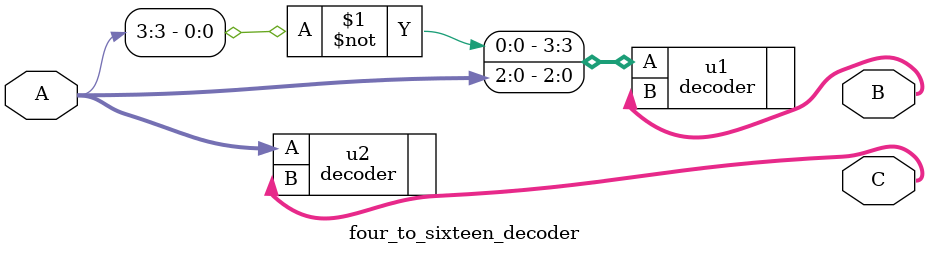
<source format=v>


module four_to_sixteen_decoder(
		input [3:0] A,
		output [7:0] B,
		output [7:0] C
    );
    
    decoder u1(
        .A({~A[3], A[2], A[1], A[0]}),
        .B({B[7], B[6], B[5], B[4], B[3], B[2], B[1], B[0]})
    );
    decoder u2(
        .A({A[3], A[2], A[1], A[0]}),
        .B({C[7], C[6], C[5], C[4], C[3], C[2], C[1], C[0]})
    );
    
    
endmodule

</source>
